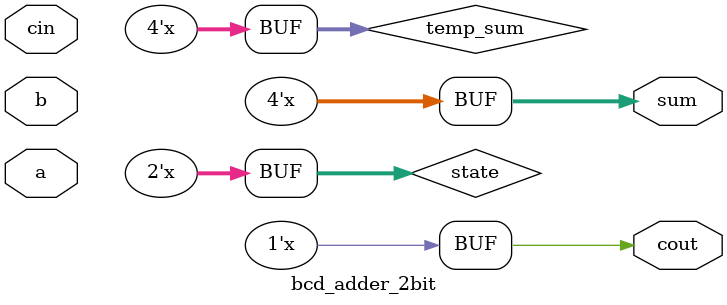
<source format=v>
module bcd_adder_2bit(
  input [3:0] a, b,
  input cin, 
  output reg [3:0] sum,
  output reg cout
);

  reg [3:0] temp_sum;
  reg [1:0] state;

  always @*
    begin
      case (state)
        2'b00:
          begin
            temp_sum = a + b;
            state = 2'b01;
          end
        2'b01:
          begin
            if (temp_sum > 4'h9)
              begin
                temp_sum = temp_sum + 4'h6;
                cout = 1'b1;
              end
            else
              cout = 1'b0;
            state = 2'b10;
          end
        2'b10:
          begin
            sum = temp_sum + cin;
            state = 2'b00;
          end
      endcase
    end

endmodule

</source>
